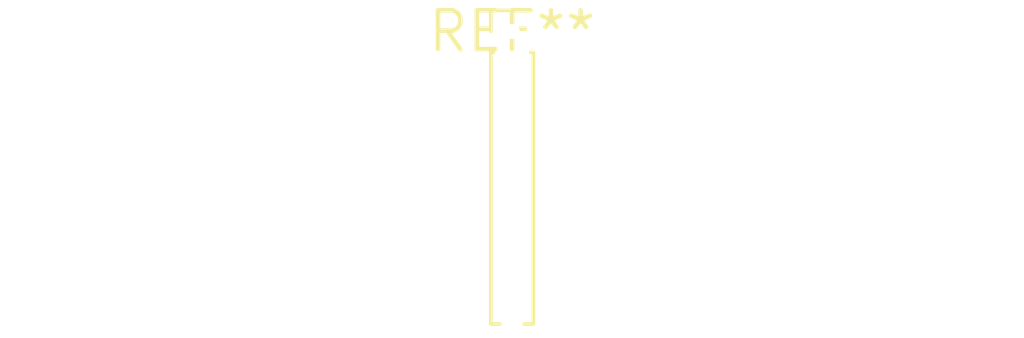
<source format=kicad_pcb>
(kicad_pcb (version 20240108) (generator pcbnew)
  (layers (0 "F.Cu" signal) (31 "B.Cu" signal) (34 "B.Paste" user) (35 "F.Paste" user) (36 "B.SilkS" user "B.Silkscreen") (37 "F.SilkS" user "F.Silkscreen") (38 "B.Mask" user) (39 "F.Mask" user) (44 "Edge.Cuts" user))
  (net 0 "")
  (footprint "PinHeader_1x10_P1.00mm_Vertical" (layer "F.Cu") (at 0 0)
    (property "Reference" "REF**")
    (property "Value" "PinHeader_1x10_P1.00mm_Vertical")
    (fp_line (start -0.695 -0.685) (end 0 -0.685) (layer "F.SilkS") (stroke (width 0.12)))
    (fp_line (start -0.695 0) (end -0.695 -0.685) (layer "F.SilkS") (stroke (width 0.12)))
    (fp_line (start -0.695 0.685) (end -0.695 9.56) (layer "F.SilkS") (stroke (width 0.12)))
    (fp_line (start -0.695 0.685) (end -0.608276 0.685) (layer "F.SilkS") (stroke (width 0.12)))
    (fp_line (start -0.695 9.56) (end -0.394493 9.56) (layer "F.SilkS") (stroke (width 0.12)))
    (fp_line (start 0.394493 9.56) (end 0.695 9.56) (layer "F.SilkS") (stroke (width 0.12)))
    (fp_line (start 0.608276 0.685) (end 0.695 0.685) (layer "F.SilkS") (stroke (width 0.12)))
    (fp_line (start 0.695 0.685) (end 0.695 9.56) (layer "F.SilkS") (stroke (width 0.12)))
    (pad "1" thru_hole rect (at 0 0) (size 0.85 0.85) (drill 0.5) (layers *.Cu *.Mask) (remove_unused_layers))
    (pad "2" thru_hole oval (at 0 1) (size 0.85 0.85) (drill 0.5) (layers *.Cu *.Mask) (remove_unused_layers))
    (pad "3" thru_hole oval (at 0 2) (size 0.85 0.85) (drill 0.5) (layers *.Cu *.Mask) (remove_unused_layers))
    (pad "4" thru_hole oval (at 0 3) (size 0.85 0.85) (drill 0.5) (layers *.Cu *.Mask) (remove_unused_layers))
    (pad "5" thru_hole oval (at 0 4) (size 0.85 0.85) (drill 0.5) (layers *.Cu *.Mask) (remove_unused_layers))
    (pad "6" thru_hole oval (at 0 5) (size 0.85 0.85) (drill 0.5) (layers *.Cu *.Mask) (remove_unused_layers))
    (pad "7" thru_hole oval (at 0 6) (size 0.85 0.85) (drill 0.5) (layers *.Cu *.Mask) (remove_unused_layers))
    (pad "8" thru_hole oval (at 0 7) (size 0.85 0.85) (drill 0.5) (layers *.Cu *.Mask) (remove_unused_layers))
    (pad "9" thru_hole oval (at 0 8) (size 0.85 0.85) (drill 0.5) (layers *.Cu *.Mask) (remove_unused_layers))
    (pad "10" thru_hole oval (at 0 9) (size 0.85 0.85) (drill 0.5) (layers *.Cu *.Mask) (remove_unused_layers))
  )
)
</source>
